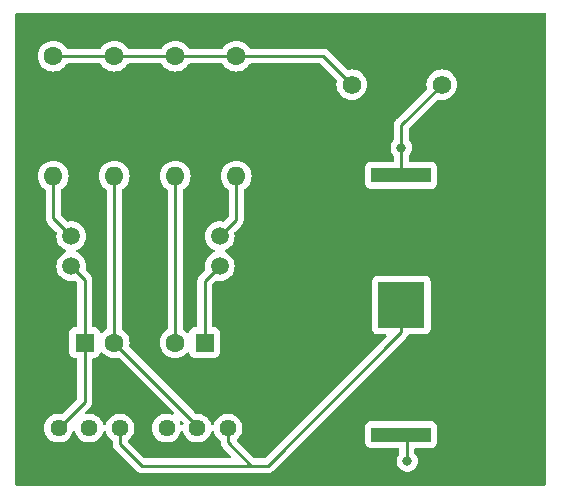
<source format=gbr>
%TF.GenerationSoftware,KiCad,Pcbnew,7.0.7*%
%TF.CreationDate,2023-10-13T15:54:55-04:00*%
%TF.ProjectId,project1,70726f6a-6563-4743-912e-6b696361645f,rev?*%
%TF.SameCoordinates,Original*%
%TF.FileFunction,Copper,L1,Top*%
%TF.FilePolarity,Positive*%
%FSLAX46Y46*%
G04 Gerber Fmt 4.6, Leading zero omitted, Abs format (unit mm)*
G04 Created by KiCad (PCBNEW 7.0.7) date 2023-10-13 15:54:55*
%MOMM*%
%LPD*%
G01*
G04 APERTURE LIST*
%TA.AperFunction,ComponentPad*%
%ADD10C,1.600000*%
%TD*%
%TA.AperFunction,ComponentPad*%
%ADD11O,1.600000X1.600000*%
%TD*%
%TA.AperFunction,ComponentPad*%
%ADD12R,1.600000X1.600000*%
%TD*%
%TA.AperFunction,SMDPad,CuDef*%
%ADD13R,3.960000X3.960000*%
%TD*%
%TA.AperFunction,SMDPad,CuDef*%
%ADD14R,5.080000X1.270000*%
%TD*%
%TA.AperFunction,ComponentPad*%
%ADD15C,1.575000*%
%TD*%
%TA.AperFunction,ComponentPad*%
%ADD16C,1.440000*%
%TD*%
%TA.AperFunction,ComponentPad*%
%ADD17C,1.508000*%
%TD*%
%TA.AperFunction,ViaPad*%
%ADD18C,0.800000*%
%TD*%
%TA.AperFunction,Conductor*%
%ADD19C,0.250000*%
%TD*%
G04 APERTURE END LIST*
D10*
%TO.P,R4,1*%
%TO.N,Net-(S1-NO)*%
X103251000Y-103632000D03*
D11*
%TO.P,R4,2*%
%TO.N,Net-(D1-Pad2)*%
X103251000Y-113792000D03*
%TD*%
D12*
%TO.P,C2,1*%
%TO.N,Net-(Q2-C)*%
X116078000Y-127889000D03*
D10*
%TO.P,C2,2*%
%TO.N,Net-(Q1-B)*%
X113578000Y-127889000D03*
%TD*%
D13*
%TO.P,BT1,N*%
%TO.N,/Neg*%
X132715000Y-124700000D03*
D14*
%TO.P,BT1,P1*%
%TO.N,Net-(S1-COM)*%
X132715000Y-135685000D03*
%TO.P,BT1,P2*%
X132715000Y-113715000D03*
%TD*%
D12*
%TO.P,C1,1*%
%TO.N,Net-(Q1-C)*%
X105918000Y-127889000D03*
D10*
%TO.P,C1,2*%
%TO.N,Net-(Q2-B)*%
X108418000Y-127889000D03*
%TD*%
D15*
%TO.P,S1,1,COM*%
%TO.N,Net-(S1-COM)*%
X136145000Y-106045000D03*
%TO.P,S1,2,NO*%
%TO.N,Net-(S1-NO)*%
X128525000Y-106045000D03*
%TD*%
D16*
%TO.P,Q2,1,C*%
%TO.N,Net-(Q2-C)*%
X112843000Y-135125998D03*
%TO.P,Q2,2,B*%
%TO.N,Net-(Q2-B)*%
X115443000Y-135125998D03*
%TO.P,Q2,3,E*%
%TO.N,/Neg*%
X118043000Y-135125998D03*
%TD*%
D10*
%TO.P,R3,1*%
%TO.N,Net-(S1-NO)*%
X108415666Y-103632000D03*
D11*
%TO.P,R3,2*%
%TO.N,Net-(Q2-B)*%
X108415666Y-113792000D03*
%TD*%
D10*
%TO.P,R1,1*%
%TO.N,Net-(S1-NO)*%
X118745000Y-103632000D03*
D11*
%TO.P,R1,2*%
%TO.N,Net-(D2-Pad2)*%
X118745000Y-113792000D03*
%TD*%
D17*
%TO.P,D1,1*%
%TO.N,Net-(Q1-C)*%
X104775000Y-121412000D03*
%TO.P,D1,2*%
%TO.N,Net-(D1-Pad2)*%
X104775000Y-118872000D03*
%TD*%
D16*
%TO.P,Q1,1,C*%
%TO.N,Net-(Q1-C)*%
X103699000Y-135125998D03*
%TO.P,Q1,2,B*%
%TO.N,Net-(Q1-B)*%
X106299000Y-135125998D03*
%TO.P,Q1,3,E*%
%TO.N,/Neg*%
X108899000Y-135125998D03*
%TD*%
D10*
%TO.P,R2,1*%
%TO.N,Net-(S1-NO)*%
X113580332Y-103632000D03*
D11*
%TO.P,R2,2*%
%TO.N,Net-(Q1-B)*%
X113580332Y-113792000D03*
%TD*%
D17*
%TO.P,D2,1*%
%TO.N,Net-(Q2-C)*%
X117348000Y-121412000D03*
%TO.P,D2,2*%
%TO.N,Net-(D2-Pad2)*%
X117348000Y-118872000D03*
%TD*%
D18*
%TO.N,Net-(S1-COM)*%
X133223000Y-137922000D03*
X132715000Y-111379000D03*
%TD*%
D19*
%TO.N,Net-(D1-Pad2)*%
X103251000Y-113792000D02*
X103251000Y-117348000D01*
X103251000Y-117348000D02*
X104775000Y-118872000D01*
%TO.N,Net-(Q1-C)*%
X105918000Y-122555000D02*
X105918000Y-127889000D01*
X104775000Y-121412000D02*
X105918000Y-122555000D01*
X105918000Y-127889000D02*
X105918000Y-132906998D01*
X105918000Y-132906998D02*
X103699000Y-135125998D01*
%TO.N,Net-(D2-Pad2)*%
X118745000Y-117475000D02*
X117348000Y-118872000D01*
X118745000Y-113792000D02*
X118745000Y-117475000D01*
%TO.N,Net-(Q2-C)*%
X117348000Y-121412000D02*
X116078000Y-122682000D01*
X116078000Y-122682000D02*
X116078000Y-127889000D01*
%TO.N,Net-(Q1-B)*%
X113580332Y-113792000D02*
X113580332Y-127886668D01*
X113580332Y-127465668D02*
X113030000Y-128016000D01*
X113580332Y-127886668D02*
X113578000Y-127889000D01*
%TO.N,Net-(Q2-B)*%
X108415666Y-127592666D02*
X108712000Y-127889000D01*
X108415666Y-113792000D02*
X108415666Y-127886666D01*
X108415666Y-127886666D02*
X108418000Y-127889000D01*
X108418000Y-127889000D02*
X115443000Y-134914000D01*
X115443000Y-134914000D02*
X115443000Y-135125998D01*
%TO.N,Net-(S1-NO)*%
X108415666Y-103632000D02*
X103251000Y-103632000D01*
X128525000Y-106045000D02*
X126112000Y-103632000D01*
X118745000Y-103632000D02*
X113580332Y-103632000D01*
X126112000Y-103632000D02*
X118745000Y-103632000D01*
X113580332Y-103632000D02*
X108415666Y-103632000D01*
%TO.N,Net-(S1-COM)*%
X133096000Y-137922000D02*
X133096000Y-137922000D01*
X132715000Y-109475000D02*
X136145000Y-106045000D01*
X133172000Y-136142000D02*
X133172000Y-137846000D01*
X133223000Y-137922000D02*
X133096000Y-137922000D01*
X132715000Y-113715000D02*
X132715000Y-111379000D01*
X132715000Y-135685000D02*
X133172000Y-136142000D01*
X133223000Y-137795000D02*
X133223000Y-137922000D01*
X133172000Y-137846000D02*
X133223000Y-137795000D01*
X132715000Y-111379000D02*
X132715000Y-109475000D01*
%TO.N,/Neg*%
X110744000Y-138303000D02*
X120015000Y-138303000D01*
X108899000Y-136458000D02*
X110744000Y-138303000D01*
X120015000Y-138303000D02*
X121412000Y-138303000D01*
X132715000Y-127000000D02*
X132715000Y-124700000D01*
X121412000Y-138303000D02*
X132715000Y-127000000D01*
X108899000Y-135125998D02*
X108899000Y-136458000D01*
X118043000Y-135125998D02*
X118043000Y-136331000D01*
X118043000Y-136331000D02*
X120015000Y-138303000D01*
%TD*%
%TA.AperFunction,NonConductor*%
G36*
X144942539Y-100020185D02*
G01*
X144988294Y-100072989D01*
X144999500Y-100124500D01*
X144999500Y-139875500D01*
X144979815Y-139942539D01*
X144927011Y-139988294D01*
X144875500Y-139999500D01*
X100124500Y-139999500D01*
X100057461Y-139979815D01*
X100011706Y-139927011D01*
X100000500Y-139875500D01*
X100000500Y-113792001D01*
X101945532Y-113792001D01*
X101965364Y-114018686D01*
X101965366Y-114018697D01*
X102024258Y-114238488D01*
X102024261Y-114238497D01*
X102120431Y-114444732D01*
X102120432Y-114444734D01*
X102250954Y-114631141D01*
X102411858Y-114792045D01*
X102572623Y-114904613D01*
X102616248Y-114959189D01*
X102625500Y-115006188D01*
X102625500Y-117265255D01*
X102623775Y-117280872D01*
X102624061Y-117280899D01*
X102623326Y-117288665D01*
X102625500Y-117357814D01*
X102625500Y-117387343D01*
X102625501Y-117387360D01*
X102626368Y-117394231D01*
X102626826Y-117400050D01*
X102628290Y-117446624D01*
X102628291Y-117446627D01*
X102633880Y-117465867D01*
X102637824Y-117484911D01*
X102640336Y-117504791D01*
X102657490Y-117548119D01*
X102659382Y-117553647D01*
X102659489Y-117554016D01*
X102672382Y-117598390D01*
X102680849Y-117612708D01*
X102682580Y-117615634D01*
X102691136Y-117633100D01*
X102698514Y-117651732D01*
X102725338Y-117688653D01*
X102725898Y-117689423D01*
X102729106Y-117694307D01*
X102752827Y-117734416D01*
X102752833Y-117734424D01*
X102766990Y-117748580D01*
X102779628Y-117763376D01*
X102791405Y-117779586D01*
X102791406Y-117779587D01*
X102827309Y-117809288D01*
X102831620Y-117813210D01*
X103260759Y-118242349D01*
X103513145Y-118494735D01*
X103546630Y-118556058D01*
X103545240Y-118614507D01*
X103534839Y-118653324D01*
X103534838Y-118653331D01*
X103515708Y-118871997D01*
X103515708Y-118872000D01*
X103534839Y-119090674D01*
X103591653Y-119302703D01*
X103591654Y-119302706D01*
X103591655Y-119302708D01*
X103684419Y-119501642D01*
X103684423Y-119501650D01*
X103810322Y-119681452D01*
X103810327Y-119681458D01*
X103965541Y-119836672D01*
X103965547Y-119836677D01*
X104145349Y-119962576D01*
X104145351Y-119962577D01*
X104145354Y-119962579D01*
X104229963Y-120002032D01*
X104289120Y-120029618D01*
X104341560Y-120075790D01*
X104360712Y-120142983D01*
X104340496Y-120209865D01*
X104289120Y-120254382D01*
X104145357Y-120321419D01*
X104145349Y-120321423D01*
X103965547Y-120447322D01*
X103965541Y-120447327D01*
X103810327Y-120602541D01*
X103810322Y-120602547D01*
X103684423Y-120782349D01*
X103684419Y-120782357D01*
X103591655Y-120981291D01*
X103534839Y-121193324D01*
X103534838Y-121193331D01*
X103515708Y-121411997D01*
X103515708Y-121412002D01*
X103534838Y-121630668D01*
X103534839Y-121630675D01*
X103545238Y-121669484D01*
X103591653Y-121842703D01*
X103591654Y-121842706D01*
X103591655Y-121842708D01*
X103684419Y-122041642D01*
X103684423Y-122041650D01*
X103810322Y-122221452D01*
X103810327Y-122221458D01*
X103965541Y-122376672D01*
X103965547Y-122376677D01*
X104145349Y-122502576D01*
X104145351Y-122502577D01*
X104145354Y-122502579D01*
X104344297Y-122595347D01*
X104556326Y-122652161D01*
X104712521Y-122665825D01*
X104774998Y-122671292D01*
X104775000Y-122671292D01*
X104775002Y-122671292D01*
X104829668Y-122666509D01*
X104993674Y-122652161D01*
X105032487Y-122641761D01*
X105102337Y-122643423D01*
X105152261Y-122673851D01*
X105256182Y-122777772D01*
X105289666Y-122839093D01*
X105292500Y-122865452D01*
X105292500Y-126464500D01*
X105272815Y-126531539D01*
X105220011Y-126577294D01*
X105168501Y-126588500D01*
X105070130Y-126588500D01*
X105070123Y-126588501D01*
X105010516Y-126594908D01*
X104875671Y-126645202D01*
X104875664Y-126645206D01*
X104760455Y-126731452D01*
X104760452Y-126731455D01*
X104674206Y-126846664D01*
X104674202Y-126846671D01*
X104623908Y-126981517D01*
X104618404Y-127032715D01*
X104617501Y-127041123D01*
X104617500Y-127041135D01*
X104617500Y-128736870D01*
X104617501Y-128736876D01*
X104623908Y-128796483D01*
X104674202Y-128931328D01*
X104674206Y-128931335D01*
X104760452Y-129046544D01*
X104760455Y-129046547D01*
X104875664Y-129132793D01*
X104875671Y-129132797D01*
X104920618Y-129149561D01*
X105010517Y-129183091D01*
X105070127Y-129189500D01*
X105168500Y-129189499D01*
X105235538Y-129209183D01*
X105281294Y-129261986D01*
X105292500Y-129313499D01*
X105292500Y-132596544D01*
X105272815Y-132663583D01*
X105256181Y-132684225D01*
X104048501Y-133891904D01*
X103987178Y-133925389D01*
X103928732Y-133923999D01*
X103911757Y-133919451D01*
X103911748Y-133919449D01*
X103911747Y-133919449D01*
X103911745Y-133919448D01*
X103911741Y-133919448D01*
X103699001Y-133900836D01*
X103698998Y-133900836D01*
X103486258Y-133919448D01*
X103486247Y-133919450D01*
X103279977Y-133974719D01*
X103279968Y-133974723D01*
X103086421Y-134064975D01*
X102911478Y-134187470D01*
X102760472Y-134338476D01*
X102637977Y-134513419D01*
X102547725Y-134706966D01*
X102547721Y-134706975D01*
X102492452Y-134913245D01*
X102492450Y-134913256D01*
X102473838Y-135125996D01*
X102473838Y-135125999D01*
X102492450Y-135338739D01*
X102492452Y-135338750D01*
X102547721Y-135545020D01*
X102547722Y-135545022D01*
X102547724Y-135545028D01*
X102590171Y-135636056D01*
X102637977Y-135738576D01*
X102760472Y-135913519D01*
X102911478Y-136064525D01*
X102911481Y-136064527D01*
X103086419Y-136187019D01*
X103086421Y-136187020D01*
X103086420Y-136187020D01*
X103150936Y-136217104D01*
X103279970Y-136277274D01*
X103486253Y-136332547D01*
X103638215Y-136345842D01*
X103698998Y-136351160D01*
X103699000Y-136351160D01*
X103699002Y-136351160D01*
X103752186Y-136346506D01*
X103911747Y-136332547D01*
X104118030Y-136277274D01*
X104311581Y-136187019D01*
X104486519Y-136064527D01*
X104637529Y-135913517D01*
X104760021Y-135738579D01*
X104850276Y-135545028D01*
X104879225Y-135436986D01*
X104915588Y-135377328D01*
X104978434Y-135346798D01*
X105047810Y-135355092D01*
X105101689Y-135399577D01*
X105118774Y-135436987D01*
X105147722Y-135545022D01*
X105147724Y-135545028D01*
X105190171Y-135636056D01*
X105237977Y-135738576D01*
X105360472Y-135913519D01*
X105511478Y-136064525D01*
X105511481Y-136064527D01*
X105686419Y-136187019D01*
X105686421Y-136187020D01*
X105686420Y-136187020D01*
X105750936Y-136217104D01*
X105879970Y-136277274D01*
X106086253Y-136332547D01*
X106238215Y-136345842D01*
X106298998Y-136351160D01*
X106299000Y-136351160D01*
X106299002Y-136351160D01*
X106352186Y-136346506D01*
X106511747Y-136332547D01*
X106718030Y-136277274D01*
X106911581Y-136187019D01*
X107086519Y-136064527D01*
X107237529Y-135913517D01*
X107360021Y-135738579D01*
X107450276Y-135545028D01*
X107479225Y-135436987D01*
X107515590Y-135377327D01*
X107578436Y-135346798D01*
X107647812Y-135355092D01*
X107701690Y-135399578D01*
X107718775Y-135436988D01*
X107747721Y-135545020D01*
X107747722Y-135545022D01*
X107747724Y-135545028D01*
X107790171Y-135636056D01*
X107837977Y-135738576D01*
X107960472Y-135913519D01*
X108111478Y-136064525D01*
X108111481Y-136064527D01*
X108220623Y-136140948D01*
X108264248Y-136195524D01*
X108273500Y-136242523D01*
X108273500Y-136375255D01*
X108271775Y-136390872D01*
X108272061Y-136390899D01*
X108271326Y-136398665D01*
X108273500Y-136467814D01*
X108273500Y-136497343D01*
X108273501Y-136497360D01*
X108274368Y-136504231D01*
X108274826Y-136510050D01*
X108276290Y-136556624D01*
X108276291Y-136556627D01*
X108281880Y-136575867D01*
X108285824Y-136594911D01*
X108286295Y-136598634D01*
X108288336Y-136614791D01*
X108305490Y-136658119D01*
X108307382Y-136663647D01*
X108311420Y-136677547D01*
X108320382Y-136708390D01*
X108325724Y-136717424D01*
X108330580Y-136725634D01*
X108339138Y-136743103D01*
X108346514Y-136761732D01*
X108373898Y-136799423D01*
X108377106Y-136804307D01*
X108400827Y-136844416D01*
X108400833Y-136844424D01*
X108414990Y-136858580D01*
X108427628Y-136873376D01*
X108439405Y-136889586D01*
X108439406Y-136889587D01*
X108475309Y-136919288D01*
X108479620Y-136923210D01*
X109846686Y-138290277D01*
X110243197Y-138686788D01*
X110253022Y-138699051D01*
X110253243Y-138698869D01*
X110258214Y-138704878D01*
X110279043Y-138724437D01*
X110308635Y-138752226D01*
X110329529Y-138773120D01*
X110335011Y-138777373D01*
X110339443Y-138781157D01*
X110373418Y-138813062D01*
X110390976Y-138822714D01*
X110407233Y-138833393D01*
X110423064Y-138845673D01*
X110442737Y-138854186D01*
X110465833Y-138864182D01*
X110471077Y-138866750D01*
X110511908Y-138889197D01*
X110524523Y-138892435D01*
X110531305Y-138894177D01*
X110549719Y-138900481D01*
X110568104Y-138908438D01*
X110614157Y-138915732D01*
X110619826Y-138916906D01*
X110664981Y-138928500D01*
X110685016Y-138928500D01*
X110704413Y-138930026D01*
X110724196Y-138933160D01*
X110770583Y-138928775D01*
X110776422Y-138928500D01*
X119935981Y-138928500D01*
X119956016Y-138928500D01*
X119975414Y-138930026D01*
X119995194Y-138933159D01*
X119995195Y-138933160D01*
X119995195Y-138933159D01*
X119995196Y-138933160D01*
X120041583Y-138928775D01*
X120047422Y-138928500D01*
X121329257Y-138928500D01*
X121344877Y-138930224D01*
X121344904Y-138929939D01*
X121352660Y-138930671D01*
X121352667Y-138930673D01*
X121421814Y-138928500D01*
X121451350Y-138928500D01*
X121458228Y-138927630D01*
X121464041Y-138927172D01*
X121510627Y-138925709D01*
X121529869Y-138920117D01*
X121548912Y-138916174D01*
X121568792Y-138913664D01*
X121612122Y-138896507D01*
X121617646Y-138894617D01*
X121621396Y-138893527D01*
X121662390Y-138881618D01*
X121679629Y-138871422D01*
X121697103Y-138862862D01*
X121715727Y-138855488D01*
X121715727Y-138855487D01*
X121715732Y-138855486D01*
X121753449Y-138828082D01*
X121758305Y-138824892D01*
X121798420Y-138801170D01*
X121812589Y-138786999D01*
X121827379Y-138774368D01*
X121843587Y-138762594D01*
X121873299Y-138726676D01*
X121877212Y-138722376D01*
X124231718Y-136367870D01*
X129674500Y-136367870D01*
X129674501Y-136367876D01*
X129680908Y-136427483D01*
X129731202Y-136562328D01*
X129731206Y-136562335D01*
X129817452Y-136677544D01*
X129817455Y-136677547D01*
X129932664Y-136763793D01*
X129932671Y-136763797D01*
X130067517Y-136814091D01*
X130067516Y-136814091D01*
X130074444Y-136814835D01*
X130127127Y-136820500D01*
X132422500Y-136820499D01*
X132489539Y-136840184D01*
X132535294Y-136892987D01*
X132546500Y-136944499D01*
X132546500Y-137279954D01*
X132526815Y-137346993D01*
X132514650Y-137362926D01*
X132490466Y-137389785D01*
X132395821Y-137553715D01*
X132395818Y-137553722D01*
X132337327Y-137733740D01*
X132337326Y-137733744D01*
X132317540Y-137922000D01*
X132337326Y-138110256D01*
X132337327Y-138110259D01*
X132395818Y-138290277D01*
X132395821Y-138290284D01*
X132490467Y-138454216D01*
X132617129Y-138594888D01*
X132770265Y-138706148D01*
X132770270Y-138706151D01*
X132943192Y-138783142D01*
X132943197Y-138783144D01*
X133128354Y-138822500D01*
X133128355Y-138822500D01*
X133317644Y-138822500D01*
X133317646Y-138822500D01*
X133502803Y-138783144D01*
X133675730Y-138706151D01*
X133828871Y-138594888D01*
X133955533Y-138454216D01*
X134050179Y-138290284D01*
X134108674Y-138110256D01*
X134128460Y-137922000D01*
X134108674Y-137733744D01*
X134050179Y-137553716D01*
X133955533Y-137389784D01*
X133891864Y-137319073D01*
X133829350Y-137249643D01*
X133799120Y-137186651D01*
X133797500Y-137166671D01*
X133797500Y-136944499D01*
X133817185Y-136877460D01*
X133869989Y-136831705D01*
X133921500Y-136820499D01*
X135302871Y-136820499D01*
X135302872Y-136820499D01*
X135362483Y-136814091D01*
X135497331Y-136763796D01*
X135612546Y-136677546D01*
X135698796Y-136562331D01*
X135749091Y-136427483D01*
X135755500Y-136367873D01*
X135755499Y-135002128D01*
X135749091Y-134942517D01*
X135738177Y-134913256D01*
X135698797Y-134807671D01*
X135698793Y-134807664D01*
X135612547Y-134692455D01*
X135612544Y-134692452D01*
X135497335Y-134606206D01*
X135497328Y-134606202D01*
X135362482Y-134555908D01*
X135362483Y-134555908D01*
X135302883Y-134549501D01*
X135302881Y-134549500D01*
X135302873Y-134549500D01*
X135302864Y-134549500D01*
X130127129Y-134549500D01*
X130127123Y-134549501D01*
X130067516Y-134555908D01*
X129932671Y-134606202D01*
X129932664Y-134606206D01*
X129817455Y-134692452D01*
X129817452Y-134692455D01*
X129731206Y-134807664D01*
X129731202Y-134807671D01*
X129680908Y-134942517D01*
X129674501Y-135002116D01*
X129674501Y-135002123D01*
X129674500Y-135002135D01*
X129674500Y-136367870D01*
X124231718Y-136367870D01*
X133098788Y-127500801D01*
X133111042Y-127490986D01*
X133110859Y-127490764D01*
X133116866Y-127485792D01*
X133116877Y-127485786D01*
X133157515Y-127442511D01*
X133164227Y-127435364D01*
X133174671Y-127424918D01*
X133185120Y-127414471D01*
X133189379Y-127408978D01*
X133193152Y-127404561D01*
X133225062Y-127370582D01*
X133234715Y-127353020D01*
X133245389Y-127336770D01*
X133257673Y-127320936D01*
X133276180Y-127278167D01*
X133278749Y-127272924D01*
X133294233Y-127244759D01*
X133343780Y-127195496D01*
X133402894Y-127180499D01*
X134742871Y-127180499D01*
X134742872Y-127180499D01*
X134802483Y-127174091D01*
X134937331Y-127123796D01*
X135052546Y-127037546D01*
X135138796Y-126922331D01*
X135189091Y-126787483D01*
X135195500Y-126727873D01*
X135195499Y-122672128D01*
X135189091Y-122612517D01*
X135185534Y-122602981D01*
X135138797Y-122477671D01*
X135138793Y-122477664D01*
X135052547Y-122362455D01*
X135052544Y-122362452D01*
X134937335Y-122276206D01*
X134937328Y-122276202D01*
X134802482Y-122225908D01*
X134802483Y-122225908D01*
X134742883Y-122219501D01*
X134742881Y-122219500D01*
X134742873Y-122219500D01*
X134742864Y-122219500D01*
X130687129Y-122219500D01*
X130687123Y-122219501D01*
X130627516Y-122225908D01*
X130492671Y-122276202D01*
X130492664Y-122276206D01*
X130377455Y-122362452D01*
X130377452Y-122362455D01*
X130291206Y-122477664D01*
X130291202Y-122477671D01*
X130240908Y-122612517D01*
X130234590Y-122671292D01*
X130234501Y-122672123D01*
X130234500Y-122672135D01*
X130234500Y-126727870D01*
X130234501Y-126727876D01*
X130240908Y-126787483D01*
X130291202Y-126922328D01*
X130291206Y-126922335D01*
X130377452Y-127037544D01*
X130377455Y-127037547D01*
X130492664Y-127123793D01*
X130492671Y-127123797D01*
X130627517Y-127174091D01*
X130627516Y-127174091D01*
X130634444Y-127174835D01*
X130687127Y-127180500D01*
X131350548Y-127180499D01*
X131417586Y-127200183D01*
X131463341Y-127252987D01*
X131473285Y-127322146D01*
X131444260Y-127385702D01*
X131438228Y-127392180D01*
X121189228Y-137641181D01*
X121127905Y-137674666D01*
X121101547Y-137677500D01*
X120325453Y-137677500D01*
X120258414Y-137657815D01*
X120237772Y-137641181D01*
X118833500Y-136236909D01*
X118800015Y-136175586D01*
X118804999Y-136105894D01*
X118833500Y-136061547D01*
X118981527Y-135913519D01*
X118981526Y-135913518D01*
X118981529Y-135913517D01*
X119104021Y-135738579D01*
X119194276Y-135545028D01*
X119249549Y-135338745D01*
X119268162Y-135125998D01*
X119249549Y-134913251D01*
X119194276Y-134706968D01*
X119104021Y-134513417D01*
X118981529Y-134338479D01*
X118981527Y-134338476D01*
X118830521Y-134187470D01*
X118655578Y-134064975D01*
X118655579Y-134064975D01*
X118493794Y-133989534D01*
X118462030Y-133974722D01*
X118462026Y-133974721D01*
X118462022Y-133974719D01*
X118255752Y-133919450D01*
X118255748Y-133919449D01*
X118255747Y-133919449D01*
X118255746Y-133919448D01*
X118255741Y-133919448D01*
X118043002Y-133900836D01*
X118042998Y-133900836D01*
X117830258Y-133919448D01*
X117830247Y-133919450D01*
X117623977Y-133974719D01*
X117623968Y-133974723D01*
X117430421Y-134064975D01*
X117255478Y-134187470D01*
X117104472Y-134338476D01*
X116981977Y-134513419D01*
X116891725Y-134706966D01*
X116891721Y-134706975D01*
X116862775Y-134815007D01*
X116826410Y-134874668D01*
X116763563Y-134905197D01*
X116694188Y-134896902D01*
X116640310Y-134852417D01*
X116623225Y-134815007D01*
X116594278Y-134706975D01*
X116594277Y-134706974D01*
X116594276Y-134706968D01*
X116504021Y-134513417D01*
X116381529Y-134338479D01*
X116381527Y-134338476D01*
X116230521Y-134187470D01*
X116055578Y-134064975D01*
X116055579Y-134064975D01*
X115893794Y-133989534D01*
X115862030Y-133974722D01*
X115862026Y-133974721D01*
X115862022Y-133974719D01*
X115655752Y-133919450D01*
X115655748Y-133919449D01*
X115655747Y-133919449D01*
X115655746Y-133919448D01*
X115655741Y-133919448D01*
X115443002Y-133900836D01*
X115442996Y-133900836D01*
X115382369Y-133906139D01*
X115313869Y-133892371D01*
X115283883Y-133870292D01*
X109717413Y-128303822D01*
X109683928Y-128242499D01*
X109685319Y-128184048D01*
X109703635Y-128115692D01*
X109723468Y-127889001D01*
X112272532Y-127889001D01*
X112292364Y-128115686D01*
X112292366Y-128115697D01*
X112351258Y-128335488D01*
X112351261Y-128335497D01*
X112447431Y-128541732D01*
X112447432Y-128541734D01*
X112577954Y-128728141D01*
X112738858Y-128889045D01*
X112738861Y-128889047D01*
X112925266Y-129019568D01*
X113131504Y-129115739D01*
X113351308Y-129174635D01*
X113508791Y-129188413D01*
X113577998Y-129194468D01*
X113578000Y-129194468D01*
X113578002Y-129194468D01*
X113634807Y-129189498D01*
X113804692Y-129174635D01*
X114024496Y-129115739D01*
X114230734Y-129019568D01*
X114417139Y-128889047D01*
X114574274Y-128731911D01*
X114635596Y-128698428D01*
X114705287Y-128703412D01*
X114761221Y-128745283D01*
X114782629Y-128791070D01*
X114783908Y-128796480D01*
X114834202Y-128931328D01*
X114834206Y-128931335D01*
X114920452Y-129046544D01*
X114920455Y-129046547D01*
X115035664Y-129132793D01*
X115035671Y-129132797D01*
X115170517Y-129183091D01*
X115170516Y-129183091D01*
X115177444Y-129183835D01*
X115230127Y-129189500D01*
X116925872Y-129189499D01*
X116985483Y-129183091D01*
X117120331Y-129132796D01*
X117235546Y-129046546D01*
X117321796Y-128931331D01*
X117372091Y-128796483D01*
X117378500Y-128736873D01*
X117378499Y-127041128D01*
X117372091Y-126981517D01*
X117337567Y-126888954D01*
X117321797Y-126846671D01*
X117321793Y-126846664D01*
X117235547Y-126731455D01*
X117235544Y-126731452D01*
X117120335Y-126645206D01*
X117120328Y-126645202D01*
X116985482Y-126594908D01*
X116985483Y-126594908D01*
X116925883Y-126588501D01*
X116925881Y-126588500D01*
X116925873Y-126588500D01*
X116925865Y-126588500D01*
X116827500Y-126588500D01*
X116760461Y-126568815D01*
X116714706Y-126516011D01*
X116703500Y-126464500D01*
X116703500Y-122992451D01*
X116723185Y-122925412D01*
X116739815Y-122904774D01*
X116970737Y-122673851D01*
X117032058Y-122640368D01*
X117090510Y-122641759D01*
X117129326Y-122652161D01*
X117312814Y-122668213D01*
X117347998Y-122671292D01*
X117348000Y-122671292D01*
X117348002Y-122671292D01*
X117402668Y-122666509D01*
X117566674Y-122652161D01*
X117778703Y-122595347D01*
X117977646Y-122502579D01*
X118157457Y-122376674D01*
X118312674Y-122221457D01*
X118438579Y-122041646D01*
X118531347Y-121842703D01*
X118588161Y-121630674D01*
X118607292Y-121412000D01*
X118588161Y-121193326D01*
X118531347Y-120981297D01*
X118438579Y-120782354D01*
X118438577Y-120782351D01*
X118438576Y-120782349D01*
X118312677Y-120602547D01*
X118312672Y-120602541D01*
X118157458Y-120447327D01*
X118157452Y-120447322D01*
X117977650Y-120321423D01*
X117977642Y-120321419D01*
X117833879Y-120254382D01*
X117781439Y-120208210D01*
X117762287Y-120141017D01*
X117782502Y-120074136D01*
X117833879Y-120029618D01*
X117977646Y-119962579D01*
X118157457Y-119836674D01*
X118312674Y-119681457D01*
X118438579Y-119501646D01*
X118531347Y-119302703D01*
X118588161Y-119090674D01*
X118607292Y-118872000D01*
X118588161Y-118653326D01*
X118577760Y-118614510D01*
X118579421Y-118544663D01*
X118609851Y-118494737D01*
X119128787Y-117975802D01*
X119141042Y-117965986D01*
X119140859Y-117965764D01*
X119146866Y-117960792D01*
X119146877Y-117960786D01*
X119177775Y-117927882D01*
X119194227Y-117910364D01*
X119204671Y-117899918D01*
X119215120Y-117889471D01*
X119219379Y-117883978D01*
X119223152Y-117879561D01*
X119255062Y-117845582D01*
X119264713Y-117828024D01*
X119275396Y-117811761D01*
X119287673Y-117795936D01*
X119306185Y-117753153D01*
X119308738Y-117747941D01*
X119331197Y-117707092D01*
X119336180Y-117687680D01*
X119342481Y-117669280D01*
X119350437Y-117650896D01*
X119357729Y-117604852D01*
X119358906Y-117599171D01*
X119370500Y-117554019D01*
X119370500Y-117533983D01*
X119372027Y-117514582D01*
X119375160Y-117494804D01*
X119370775Y-117448415D01*
X119370500Y-117442577D01*
X119370500Y-115006188D01*
X119390185Y-114939149D01*
X119423377Y-114904613D01*
X119471836Y-114870681D01*
X119584139Y-114792047D01*
X119745047Y-114631139D01*
X119875568Y-114444734D01*
X119897421Y-114397870D01*
X129674500Y-114397870D01*
X129674501Y-114397876D01*
X129680908Y-114457483D01*
X129731202Y-114592328D01*
X129731206Y-114592335D01*
X129817452Y-114707544D01*
X129817455Y-114707547D01*
X129932664Y-114793793D01*
X129932671Y-114793797D01*
X130067517Y-114844091D01*
X130067516Y-114844091D01*
X130074444Y-114844835D01*
X130127127Y-114850500D01*
X135302872Y-114850499D01*
X135362483Y-114844091D01*
X135497331Y-114793796D01*
X135612546Y-114707546D01*
X135698796Y-114592331D01*
X135749091Y-114457483D01*
X135755500Y-114397873D01*
X135755499Y-113032128D01*
X135749091Y-112972517D01*
X135698796Y-112837669D01*
X135698795Y-112837668D01*
X135698793Y-112837664D01*
X135612547Y-112722455D01*
X135612544Y-112722452D01*
X135497335Y-112636206D01*
X135497328Y-112636202D01*
X135362482Y-112585908D01*
X135362483Y-112585908D01*
X135302883Y-112579501D01*
X135302881Y-112579500D01*
X135302873Y-112579500D01*
X135302865Y-112579500D01*
X133464500Y-112579500D01*
X133397461Y-112559815D01*
X133351706Y-112507011D01*
X133340500Y-112455500D01*
X133340499Y-112077686D01*
X133360183Y-112010647D01*
X133372351Y-111994712D01*
X133447530Y-111911220D01*
X133447531Y-111911217D01*
X133447533Y-111911216D01*
X133542179Y-111747284D01*
X133600674Y-111567256D01*
X133620460Y-111379000D01*
X133600674Y-111190744D01*
X133542179Y-111010716D01*
X133447533Y-110846784D01*
X133372349Y-110763283D01*
X133342119Y-110700291D01*
X133340499Y-110680311D01*
X133340499Y-109785447D01*
X133360184Y-109718412D01*
X133376813Y-109697775D01*
X135740384Y-107334204D01*
X135801705Y-107300721D01*
X135860155Y-107302111D01*
X135920487Y-107318278D01*
X136080853Y-107332308D01*
X136144998Y-107337920D01*
X136145000Y-107337920D01*
X136145002Y-107337920D01*
X136201128Y-107333009D01*
X136369513Y-107318278D01*
X136587205Y-107259947D01*
X136791460Y-107164702D01*
X136976073Y-107035434D01*
X137135434Y-106876073D01*
X137264702Y-106691460D01*
X137359947Y-106487205D01*
X137418278Y-106269513D01*
X137437920Y-106045000D01*
X137418278Y-105820487D01*
X137359947Y-105602795D01*
X137264702Y-105398540D01*
X137135434Y-105213927D01*
X136976073Y-105054566D01*
X136976072Y-105054566D01*
X136791466Y-104925302D01*
X136791463Y-104925300D01*
X136791460Y-104925298D01*
X136775027Y-104917635D01*
X136587211Y-104830055D01*
X136587200Y-104830051D01*
X136369514Y-104771722D01*
X136369507Y-104771721D01*
X136145002Y-104752080D01*
X136144998Y-104752080D01*
X135920492Y-104771721D01*
X135920485Y-104771722D01*
X135702799Y-104830051D01*
X135702788Y-104830055D01*
X135498543Y-104925296D01*
X135498533Y-104925302D01*
X135313926Y-105054566D01*
X135154566Y-105213926D01*
X135025302Y-105398533D01*
X135025296Y-105398543D01*
X134930055Y-105602788D01*
X134930051Y-105602799D01*
X134871722Y-105820485D01*
X134871721Y-105820492D01*
X134852080Y-106044997D01*
X134852080Y-106045002D01*
X134871721Y-106269507D01*
X134871724Y-106269521D01*
X134887886Y-106329842D01*
X134886223Y-106399692D01*
X134855792Y-106449615D01*
X132331208Y-108974199D01*
X132318951Y-108984020D01*
X132319134Y-108984241D01*
X132313123Y-108989213D01*
X132265772Y-109039636D01*
X132244889Y-109060519D01*
X132244877Y-109060532D01*
X132240621Y-109066017D01*
X132236837Y-109070447D01*
X132204937Y-109104418D01*
X132204936Y-109104420D01*
X132195284Y-109121976D01*
X132184610Y-109138226D01*
X132172329Y-109154061D01*
X132172324Y-109154068D01*
X132153815Y-109196838D01*
X132151245Y-109202084D01*
X132128803Y-109242906D01*
X132123822Y-109262307D01*
X132117521Y-109280710D01*
X132109562Y-109299102D01*
X132109561Y-109299106D01*
X132102271Y-109345127D01*
X132101087Y-109350846D01*
X132089499Y-109395983D01*
X132089499Y-109416019D01*
X132087973Y-109435407D01*
X132084840Y-109455192D01*
X132084840Y-109455195D01*
X132089225Y-109501583D01*
X132089500Y-109507421D01*
X132089500Y-110680312D01*
X132069815Y-110747351D01*
X132057650Y-110763284D01*
X131982466Y-110846784D01*
X131887821Y-111010715D01*
X131887818Y-111010722D01*
X131829327Y-111190740D01*
X131829326Y-111190744D01*
X131809540Y-111379000D01*
X131829326Y-111567256D01*
X131829327Y-111567259D01*
X131887818Y-111747277D01*
X131887821Y-111747284D01*
X131982467Y-111911216D01*
X131982471Y-111911220D01*
X132057650Y-111994715D01*
X132087880Y-112057706D01*
X132089500Y-112077687D01*
X132089500Y-112455500D01*
X132069815Y-112522539D01*
X132017011Y-112568294D01*
X131965500Y-112579500D01*
X130127129Y-112579500D01*
X130127123Y-112579501D01*
X130067516Y-112585908D01*
X129932671Y-112636202D01*
X129932664Y-112636206D01*
X129817455Y-112722452D01*
X129817452Y-112722455D01*
X129731206Y-112837664D01*
X129731202Y-112837671D01*
X129680908Y-112972517D01*
X129674501Y-113032116D01*
X129674501Y-113032123D01*
X129674500Y-113032135D01*
X129674500Y-114397870D01*
X119897421Y-114397870D01*
X119971739Y-114238496D01*
X120030635Y-114018692D01*
X120050468Y-113792000D01*
X120030635Y-113565308D01*
X119971739Y-113345504D01*
X119875568Y-113139266D01*
X119758810Y-112972517D01*
X119745045Y-112952858D01*
X119584141Y-112791954D01*
X119397734Y-112661432D01*
X119397732Y-112661431D01*
X119191497Y-112565261D01*
X119191488Y-112565258D01*
X118971697Y-112506366D01*
X118971693Y-112506365D01*
X118971692Y-112506365D01*
X118971691Y-112506364D01*
X118971686Y-112506364D01*
X118745002Y-112486532D01*
X118744998Y-112486532D01*
X118518313Y-112506364D01*
X118518302Y-112506366D01*
X118298511Y-112565258D01*
X118298502Y-112565261D01*
X118092267Y-112661431D01*
X118092265Y-112661432D01*
X117905858Y-112791954D01*
X117744954Y-112952858D01*
X117614432Y-113139265D01*
X117614431Y-113139267D01*
X117518261Y-113345502D01*
X117518258Y-113345511D01*
X117459366Y-113565302D01*
X117459364Y-113565313D01*
X117439532Y-113791998D01*
X117439532Y-113792001D01*
X117459364Y-114018686D01*
X117459366Y-114018697D01*
X117518258Y-114238488D01*
X117518261Y-114238497D01*
X117614431Y-114444732D01*
X117614432Y-114444734D01*
X117744954Y-114631141D01*
X117905858Y-114792045D01*
X118066623Y-114904613D01*
X118110248Y-114959189D01*
X118119500Y-115006188D01*
X118119500Y-117164546D01*
X118099815Y-117231585D01*
X118083181Y-117252227D01*
X117725262Y-117610145D01*
X117663939Y-117643630D01*
X117605488Y-117642239D01*
X117566674Y-117631839D01*
X117348002Y-117612708D01*
X117347998Y-117612708D01*
X117129331Y-117631838D01*
X117129324Y-117631839D01*
X117021363Y-117660768D01*
X116917297Y-117688653D01*
X116917295Y-117688653D01*
X116917291Y-117688655D01*
X116718357Y-117781419D01*
X116718349Y-117781423D01*
X116538547Y-117907322D01*
X116538541Y-117907327D01*
X116383327Y-118062541D01*
X116383322Y-118062547D01*
X116257423Y-118242349D01*
X116257419Y-118242357D01*
X116164655Y-118441291D01*
X116107839Y-118653324D01*
X116107838Y-118653331D01*
X116088708Y-118871997D01*
X116088708Y-118872000D01*
X116107839Y-119090674D01*
X116164653Y-119302703D01*
X116164654Y-119302706D01*
X116164655Y-119302708D01*
X116257419Y-119501642D01*
X116257423Y-119501650D01*
X116383322Y-119681452D01*
X116383327Y-119681458D01*
X116538541Y-119836672D01*
X116538547Y-119836677D01*
X116718349Y-119962576D01*
X116718351Y-119962577D01*
X116718354Y-119962579D01*
X116802963Y-120002032D01*
X116862120Y-120029618D01*
X116914560Y-120075790D01*
X116933712Y-120142983D01*
X116913496Y-120209865D01*
X116862120Y-120254382D01*
X116718357Y-120321419D01*
X116718349Y-120321423D01*
X116538547Y-120447322D01*
X116538541Y-120447327D01*
X116383327Y-120602541D01*
X116383322Y-120602547D01*
X116257423Y-120782349D01*
X116257419Y-120782357D01*
X116164655Y-120981291D01*
X116107839Y-121193324D01*
X116107838Y-121193331D01*
X116088708Y-121411997D01*
X116088708Y-121412000D01*
X116107838Y-121630668D01*
X116107839Y-121630672D01*
X116107839Y-121630676D01*
X116118239Y-121669488D01*
X116116576Y-121739338D01*
X116086145Y-121789262D01*
X115694208Y-122181199D01*
X115681951Y-122191020D01*
X115682134Y-122191241D01*
X115676123Y-122196213D01*
X115628772Y-122246636D01*
X115607889Y-122267519D01*
X115607877Y-122267532D01*
X115603621Y-122273017D01*
X115599837Y-122277447D01*
X115567937Y-122311418D01*
X115567936Y-122311420D01*
X115558284Y-122328976D01*
X115547610Y-122345226D01*
X115535329Y-122361061D01*
X115535324Y-122361068D01*
X115516815Y-122403838D01*
X115514245Y-122409084D01*
X115491803Y-122449906D01*
X115486822Y-122469307D01*
X115480521Y-122487710D01*
X115472562Y-122506102D01*
X115472561Y-122506105D01*
X115465271Y-122552127D01*
X115464087Y-122557846D01*
X115452501Y-122602972D01*
X115452500Y-122602982D01*
X115452500Y-122623016D01*
X115450973Y-122642415D01*
X115447840Y-122662194D01*
X115447840Y-122662195D01*
X115452225Y-122708583D01*
X115452500Y-122714421D01*
X115452500Y-126464500D01*
X115432815Y-126531539D01*
X115380011Y-126577294D01*
X115328501Y-126588500D01*
X115230130Y-126588500D01*
X115230123Y-126588501D01*
X115170516Y-126594908D01*
X115035671Y-126645202D01*
X115035664Y-126645206D01*
X114920455Y-126731452D01*
X114920452Y-126731455D01*
X114834206Y-126846664D01*
X114834202Y-126846671D01*
X114783909Y-126981513D01*
X114782632Y-126986922D01*
X114748058Y-127047638D01*
X114686147Y-127080023D01*
X114616556Y-127073796D01*
X114574274Y-127046087D01*
X114417140Y-126888953D01*
X114258709Y-126778019D01*
X114215084Y-126723442D01*
X114205832Y-126676444D01*
X114205832Y-115006188D01*
X114225517Y-114939149D01*
X114258709Y-114904613D01*
X114307168Y-114870681D01*
X114419471Y-114792047D01*
X114580379Y-114631139D01*
X114710900Y-114444734D01*
X114807071Y-114238496D01*
X114865967Y-114018692D01*
X114885800Y-113792000D01*
X114865967Y-113565308D01*
X114807071Y-113345504D01*
X114710900Y-113139266D01*
X114594142Y-112972517D01*
X114580377Y-112952858D01*
X114419473Y-112791954D01*
X114233066Y-112661432D01*
X114233064Y-112661431D01*
X114026829Y-112565261D01*
X114026820Y-112565258D01*
X113807029Y-112506366D01*
X113807025Y-112506365D01*
X113807024Y-112506365D01*
X113807023Y-112506364D01*
X113807018Y-112506364D01*
X113580334Y-112486532D01*
X113580330Y-112486532D01*
X113353645Y-112506364D01*
X113353634Y-112506366D01*
X113133843Y-112565258D01*
X113133834Y-112565261D01*
X112927599Y-112661431D01*
X112927597Y-112661432D01*
X112741190Y-112791954D01*
X112580286Y-112952858D01*
X112449764Y-113139265D01*
X112449763Y-113139267D01*
X112353593Y-113345502D01*
X112353590Y-113345511D01*
X112294698Y-113565302D01*
X112294696Y-113565313D01*
X112274864Y-113791998D01*
X112274864Y-113792001D01*
X112294696Y-114018686D01*
X112294698Y-114018697D01*
X112353590Y-114238488D01*
X112353593Y-114238497D01*
X112449763Y-114444732D01*
X112449764Y-114444734D01*
X112580286Y-114631141D01*
X112741190Y-114792045D01*
X112901955Y-114904613D01*
X112945580Y-114959189D01*
X112954832Y-115006188D01*
X112954832Y-126673179D01*
X112935147Y-126740218D01*
X112901955Y-126774754D01*
X112738858Y-126888954D01*
X112577954Y-127049858D01*
X112447432Y-127236265D01*
X112447431Y-127236267D01*
X112351261Y-127442502D01*
X112351258Y-127442511D01*
X112292366Y-127662302D01*
X112292364Y-127662313D01*
X112272532Y-127888998D01*
X112272532Y-127889001D01*
X109723468Y-127889001D01*
X109723468Y-127889000D01*
X109703635Y-127662308D01*
X109644739Y-127442504D01*
X109548568Y-127236266D01*
X109450839Y-127096693D01*
X109418045Y-127049858D01*
X109257141Y-126888954D01*
X109094043Y-126774753D01*
X109050418Y-126720177D01*
X109041166Y-126673178D01*
X109041166Y-115006188D01*
X109060851Y-114939149D01*
X109094043Y-114904613D01*
X109142502Y-114870681D01*
X109254805Y-114792047D01*
X109415713Y-114631139D01*
X109546234Y-114444734D01*
X109642405Y-114238496D01*
X109701301Y-114018692D01*
X109721134Y-113792000D01*
X109701301Y-113565308D01*
X109642405Y-113345504D01*
X109546234Y-113139266D01*
X109429476Y-112972517D01*
X109415711Y-112952858D01*
X109254807Y-112791954D01*
X109068400Y-112661432D01*
X109068398Y-112661431D01*
X108862163Y-112565261D01*
X108862154Y-112565258D01*
X108642363Y-112506366D01*
X108642359Y-112506365D01*
X108642358Y-112506365D01*
X108642357Y-112506364D01*
X108642352Y-112506364D01*
X108415668Y-112486532D01*
X108415664Y-112486532D01*
X108188979Y-112506364D01*
X108188968Y-112506366D01*
X107969177Y-112565258D01*
X107969168Y-112565261D01*
X107762933Y-112661431D01*
X107762931Y-112661432D01*
X107576524Y-112791954D01*
X107415620Y-112952858D01*
X107285098Y-113139265D01*
X107285097Y-113139267D01*
X107188927Y-113345502D01*
X107188924Y-113345511D01*
X107130032Y-113565302D01*
X107130030Y-113565313D01*
X107110198Y-113791998D01*
X107110198Y-113792001D01*
X107130030Y-114018686D01*
X107130032Y-114018697D01*
X107188924Y-114238488D01*
X107188927Y-114238497D01*
X107285097Y-114444732D01*
X107285098Y-114444734D01*
X107415620Y-114631141D01*
X107576524Y-114792045D01*
X107737289Y-114904613D01*
X107780914Y-114959189D01*
X107790166Y-115006188D01*
X107790166Y-126676446D01*
X107770481Y-126743485D01*
X107737289Y-126778021D01*
X107578862Y-126888951D01*
X107421726Y-127046087D01*
X107360403Y-127079571D01*
X107290711Y-127074587D01*
X107234778Y-127032715D01*
X107213369Y-126986923D01*
X107212091Y-126981518D01*
X107212090Y-126981516D01*
X107161796Y-126846669D01*
X107161795Y-126846668D01*
X107161793Y-126846664D01*
X107075547Y-126731455D01*
X107075544Y-126731452D01*
X106960335Y-126645206D01*
X106960328Y-126645202D01*
X106825482Y-126594908D01*
X106825483Y-126594908D01*
X106765883Y-126588501D01*
X106765881Y-126588500D01*
X106765873Y-126588500D01*
X106765865Y-126588500D01*
X106667500Y-126588500D01*
X106600461Y-126568815D01*
X106554706Y-126516011D01*
X106543500Y-126464500D01*
X106543500Y-122637738D01*
X106545224Y-122622124D01*
X106544938Y-122622097D01*
X106545672Y-122614334D01*
X106543500Y-122545203D01*
X106543500Y-122515651D01*
X106543500Y-122515650D01*
X106542629Y-122508759D01*
X106542172Y-122502945D01*
X106542160Y-122502576D01*
X106540709Y-122456373D01*
X106535122Y-122437144D01*
X106531174Y-122418084D01*
X106528664Y-122398208D01*
X106528663Y-122398206D01*
X106528663Y-122398204D01*
X106511512Y-122354887D01*
X106509619Y-122349358D01*
X106496618Y-122304609D01*
X106496616Y-122304606D01*
X106486423Y-122287371D01*
X106477861Y-122269894D01*
X106470487Y-122251270D01*
X106470486Y-122251268D01*
X106443079Y-122213545D01*
X106439888Y-122208686D01*
X106432512Y-122196214D01*
X106416170Y-122168580D01*
X106416168Y-122168578D01*
X106416165Y-122168574D01*
X106402006Y-122154415D01*
X106389368Y-122139619D01*
X106377594Y-122123413D01*
X106341688Y-122093709D01*
X106337376Y-122089786D01*
X106036852Y-121789262D01*
X106003368Y-121727940D01*
X106004760Y-121669488D01*
X106015161Y-121630674D01*
X106034292Y-121412000D01*
X106015161Y-121193326D01*
X105958347Y-120981297D01*
X105865579Y-120782354D01*
X105865577Y-120782351D01*
X105865576Y-120782349D01*
X105739677Y-120602547D01*
X105739672Y-120602541D01*
X105584458Y-120447327D01*
X105584452Y-120447322D01*
X105404650Y-120321423D01*
X105404642Y-120321419D01*
X105260879Y-120254382D01*
X105208439Y-120208210D01*
X105189287Y-120141017D01*
X105209502Y-120074136D01*
X105260879Y-120029618D01*
X105404646Y-119962579D01*
X105584457Y-119836674D01*
X105739674Y-119681457D01*
X105865579Y-119501646D01*
X105958347Y-119302703D01*
X106015161Y-119090674D01*
X106034292Y-118872000D01*
X106015161Y-118653326D01*
X105958347Y-118441297D01*
X105865579Y-118242354D01*
X105865577Y-118242351D01*
X105865576Y-118242349D01*
X105739677Y-118062547D01*
X105739672Y-118062541D01*
X105584458Y-117907327D01*
X105584452Y-117907322D01*
X105404650Y-117781423D01*
X105404642Y-117781419D01*
X105205708Y-117688655D01*
X105205706Y-117688654D01*
X105205703Y-117688653D01*
X105037678Y-117643630D01*
X104993675Y-117631839D01*
X104993668Y-117631838D01*
X104775002Y-117612708D01*
X104774998Y-117612708D01*
X104556332Y-117631838D01*
X104556325Y-117631839D01*
X104517508Y-117642240D01*
X104447658Y-117640575D01*
X104397736Y-117610145D01*
X103912819Y-117125227D01*
X103879334Y-117063904D01*
X103876500Y-117037546D01*
X103876500Y-115006188D01*
X103896185Y-114939149D01*
X103929377Y-114904613D01*
X103977836Y-114870681D01*
X104090139Y-114792047D01*
X104251047Y-114631139D01*
X104381568Y-114444734D01*
X104477739Y-114238496D01*
X104536635Y-114018692D01*
X104556468Y-113792000D01*
X104536635Y-113565308D01*
X104477739Y-113345504D01*
X104381568Y-113139266D01*
X104264810Y-112972517D01*
X104251045Y-112952858D01*
X104090141Y-112791954D01*
X103903734Y-112661432D01*
X103903732Y-112661431D01*
X103697497Y-112565261D01*
X103697488Y-112565258D01*
X103477697Y-112506366D01*
X103477693Y-112506365D01*
X103477692Y-112506365D01*
X103477691Y-112506364D01*
X103477686Y-112506364D01*
X103251002Y-112486532D01*
X103250998Y-112486532D01*
X103024313Y-112506364D01*
X103024302Y-112506366D01*
X102804511Y-112565258D01*
X102804502Y-112565261D01*
X102598267Y-112661431D01*
X102598265Y-112661432D01*
X102411858Y-112791954D01*
X102250954Y-112952858D01*
X102120432Y-113139265D01*
X102120431Y-113139267D01*
X102024261Y-113345502D01*
X102024258Y-113345511D01*
X101965366Y-113565302D01*
X101965364Y-113565313D01*
X101945532Y-113791998D01*
X101945532Y-113792001D01*
X100000500Y-113792001D01*
X100000500Y-103632001D01*
X101945532Y-103632001D01*
X101965364Y-103858686D01*
X101965366Y-103858697D01*
X102024258Y-104078488D01*
X102024261Y-104078497D01*
X102120431Y-104284732D01*
X102120432Y-104284734D01*
X102250954Y-104471141D01*
X102411858Y-104632045D01*
X102411861Y-104632047D01*
X102598266Y-104762568D01*
X102804504Y-104858739D01*
X103024308Y-104917635D01*
X103186230Y-104931801D01*
X103250998Y-104937468D01*
X103251000Y-104937468D01*
X103251002Y-104937468D01*
X103307672Y-104932509D01*
X103477692Y-104917635D01*
X103697496Y-104858739D01*
X103903734Y-104762568D01*
X104090139Y-104632047D01*
X104251047Y-104471139D01*
X104363612Y-104310377D01*
X104418189Y-104266752D01*
X104465188Y-104257500D01*
X107201478Y-104257500D01*
X107268517Y-104277185D01*
X107303053Y-104310377D01*
X107415620Y-104471141D01*
X107576524Y-104632045D01*
X107576527Y-104632047D01*
X107762932Y-104762568D01*
X107969170Y-104858739D01*
X108188974Y-104917635D01*
X108350896Y-104931801D01*
X108415664Y-104937468D01*
X108415666Y-104937468D01*
X108415668Y-104937468D01*
X108472339Y-104932509D01*
X108642358Y-104917635D01*
X108862162Y-104858739D01*
X109068400Y-104762568D01*
X109254805Y-104632047D01*
X109415713Y-104471139D01*
X109528278Y-104310377D01*
X109582855Y-104266752D01*
X109629854Y-104257500D01*
X112366144Y-104257500D01*
X112433183Y-104277185D01*
X112467719Y-104310377D01*
X112580286Y-104471141D01*
X112741190Y-104632045D01*
X112741193Y-104632047D01*
X112927598Y-104762568D01*
X113133836Y-104858739D01*
X113353640Y-104917635D01*
X113515562Y-104931801D01*
X113580330Y-104937468D01*
X113580332Y-104937468D01*
X113580334Y-104937468D01*
X113637004Y-104932509D01*
X113807024Y-104917635D01*
X114026828Y-104858739D01*
X114233066Y-104762568D01*
X114419471Y-104632047D01*
X114580379Y-104471139D01*
X114692944Y-104310377D01*
X114747521Y-104266752D01*
X114794520Y-104257500D01*
X117530812Y-104257500D01*
X117597851Y-104277185D01*
X117632387Y-104310377D01*
X117744954Y-104471141D01*
X117905858Y-104632045D01*
X117905861Y-104632047D01*
X118092266Y-104762568D01*
X118298504Y-104858739D01*
X118518308Y-104917635D01*
X118680230Y-104931801D01*
X118744998Y-104937468D01*
X118745000Y-104937468D01*
X118745002Y-104937468D01*
X118801672Y-104932509D01*
X118971692Y-104917635D01*
X119191496Y-104858739D01*
X119397734Y-104762568D01*
X119584139Y-104632047D01*
X119745047Y-104471139D01*
X119857612Y-104310377D01*
X119912189Y-104266752D01*
X119959188Y-104257500D01*
X125801548Y-104257500D01*
X125868587Y-104277185D01*
X125889228Y-104293818D01*
X127235794Y-105640385D01*
X127269278Y-105701706D01*
X127267887Y-105760157D01*
X127251723Y-105820481D01*
X127251721Y-105820492D01*
X127232080Y-106044997D01*
X127232080Y-106045002D01*
X127251721Y-106269507D01*
X127251722Y-106269514D01*
X127310051Y-106487200D01*
X127310055Y-106487211D01*
X127405296Y-106691456D01*
X127405298Y-106691460D01*
X127534566Y-106876073D01*
X127693927Y-107035434D01*
X127878540Y-107164702D01*
X128001424Y-107222003D01*
X128082788Y-107259944D01*
X128082790Y-107259944D01*
X128082795Y-107259947D01*
X128300487Y-107318278D01*
X128460853Y-107332308D01*
X128524998Y-107337920D01*
X128525000Y-107337920D01*
X128525002Y-107337920D01*
X128581128Y-107333009D01*
X128749513Y-107318278D01*
X128967205Y-107259947D01*
X129171460Y-107164702D01*
X129356073Y-107035434D01*
X129515434Y-106876073D01*
X129644702Y-106691460D01*
X129739947Y-106487205D01*
X129798278Y-106269513D01*
X129817920Y-106045000D01*
X129798278Y-105820487D01*
X129739947Y-105602795D01*
X129644702Y-105398540D01*
X129515434Y-105213927D01*
X129356073Y-105054566D01*
X129356072Y-105054566D01*
X129171466Y-104925302D01*
X129171463Y-104925300D01*
X129171460Y-104925298D01*
X129155027Y-104917635D01*
X128967211Y-104830055D01*
X128967200Y-104830051D01*
X128749514Y-104771722D01*
X128749507Y-104771721D01*
X128525002Y-104752080D01*
X128524998Y-104752080D01*
X128300492Y-104771721D01*
X128300481Y-104771723D01*
X128240158Y-104787887D01*
X128170308Y-104786224D01*
X128120384Y-104755793D01*
X126612803Y-103248212D01*
X126602980Y-103235950D01*
X126602759Y-103236134D01*
X126597786Y-103230123D01*
X126547364Y-103182773D01*
X126536919Y-103172328D01*
X126526475Y-103161883D01*
X126520986Y-103157625D01*
X126516561Y-103153847D01*
X126482582Y-103121938D01*
X126482580Y-103121936D01*
X126482577Y-103121935D01*
X126465029Y-103112288D01*
X126448763Y-103101604D01*
X126432933Y-103089325D01*
X126390168Y-103070818D01*
X126384922Y-103068248D01*
X126344093Y-103045803D01*
X126344092Y-103045802D01*
X126324693Y-103040822D01*
X126306281Y-103034518D01*
X126287898Y-103026562D01*
X126287892Y-103026560D01*
X126241874Y-103019272D01*
X126236152Y-103018087D01*
X126191021Y-103006500D01*
X126191019Y-103006500D01*
X126170984Y-103006500D01*
X126151586Y-103004973D01*
X126144162Y-103003797D01*
X126131805Y-103001840D01*
X126131804Y-103001840D01*
X126085416Y-103006225D01*
X126079578Y-103006500D01*
X119959188Y-103006500D01*
X119892149Y-102986815D01*
X119857613Y-102953623D01*
X119745045Y-102792858D01*
X119584141Y-102631954D01*
X119397734Y-102501432D01*
X119397732Y-102501431D01*
X119191497Y-102405261D01*
X119191488Y-102405258D01*
X118971697Y-102346366D01*
X118971693Y-102346365D01*
X118971692Y-102346365D01*
X118971691Y-102346364D01*
X118971686Y-102346364D01*
X118745002Y-102326532D01*
X118744998Y-102326532D01*
X118518313Y-102346364D01*
X118518302Y-102346366D01*
X118298511Y-102405258D01*
X118298502Y-102405261D01*
X118092267Y-102501431D01*
X118092265Y-102501432D01*
X117905858Y-102631954D01*
X117744954Y-102792858D01*
X117632387Y-102953623D01*
X117577811Y-102997248D01*
X117530812Y-103006500D01*
X114794520Y-103006500D01*
X114727481Y-102986815D01*
X114692945Y-102953623D01*
X114580377Y-102792858D01*
X114419473Y-102631954D01*
X114233066Y-102501432D01*
X114233064Y-102501431D01*
X114026829Y-102405261D01*
X114026820Y-102405258D01*
X113807029Y-102346366D01*
X113807025Y-102346365D01*
X113807024Y-102346365D01*
X113807023Y-102346364D01*
X113807018Y-102346364D01*
X113580334Y-102326532D01*
X113580330Y-102326532D01*
X113353645Y-102346364D01*
X113353634Y-102346366D01*
X113133843Y-102405258D01*
X113133834Y-102405261D01*
X112927599Y-102501431D01*
X112927597Y-102501432D01*
X112741190Y-102631954D01*
X112580286Y-102792858D01*
X112467719Y-102953623D01*
X112413143Y-102997248D01*
X112366144Y-103006500D01*
X109629854Y-103006500D01*
X109562815Y-102986815D01*
X109528279Y-102953623D01*
X109415711Y-102792858D01*
X109254807Y-102631954D01*
X109068400Y-102501432D01*
X109068398Y-102501431D01*
X108862163Y-102405261D01*
X108862154Y-102405258D01*
X108642363Y-102346366D01*
X108642359Y-102346365D01*
X108642358Y-102346365D01*
X108642357Y-102346364D01*
X108642352Y-102346364D01*
X108415668Y-102326532D01*
X108415664Y-102326532D01*
X108188979Y-102346364D01*
X108188968Y-102346366D01*
X107969177Y-102405258D01*
X107969168Y-102405261D01*
X107762933Y-102501431D01*
X107762931Y-102501432D01*
X107576524Y-102631954D01*
X107415620Y-102792858D01*
X107303053Y-102953623D01*
X107248477Y-102997248D01*
X107201478Y-103006500D01*
X104465188Y-103006500D01*
X104398149Y-102986815D01*
X104363613Y-102953623D01*
X104251045Y-102792858D01*
X104090141Y-102631954D01*
X103903734Y-102501432D01*
X103903732Y-102501431D01*
X103697497Y-102405261D01*
X103697488Y-102405258D01*
X103477697Y-102346366D01*
X103477693Y-102346365D01*
X103477692Y-102346365D01*
X103477691Y-102346364D01*
X103477686Y-102346364D01*
X103251002Y-102326532D01*
X103250998Y-102326532D01*
X103024313Y-102346364D01*
X103024302Y-102346366D01*
X102804511Y-102405258D01*
X102804502Y-102405261D01*
X102598267Y-102501431D01*
X102598265Y-102501432D01*
X102411858Y-102631954D01*
X102250954Y-102792858D01*
X102120432Y-102979265D01*
X102120431Y-102979267D01*
X102024261Y-103185502D01*
X102024258Y-103185511D01*
X101965366Y-103405302D01*
X101965364Y-103405313D01*
X101945532Y-103631998D01*
X101945532Y-103632001D01*
X100000500Y-103632001D01*
X100000500Y-100124500D01*
X100020185Y-100057461D01*
X100072989Y-100011706D01*
X100124500Y-100000500D01*
X144875500Y-100000500D01*
X144942539Y-100020185D01*
G37*
%TD.AperFunction*%
%TA.AperFunction,NonConductor*%
G36*
X114179526Y-134535117D02*
G01*
X114253707Y-134609298D01*
X114287192Y-134670621D01*
X114285801Y-134729072D01*
X114262775Y-134815007D01*
X114226410Y-134874668D01*
X114163563Y-134905197D01*
X114094188Y-134896902D01*
X114040310Y-134852417D01*
X114023225Y-134815007D01*
X113994278Y-134706975D01*
X113994277Y-134706974D01*
X113994276Y-134706968D01*
X113979462Y-134675200D01*
X113968971Y-134606127D01*
X113997490Y-134542342D01*
X114055966Y-134504102D01*
X114125833Y-134503547D01*
X114179526Y-134535117D01*
G37*
%TD.AperFunction*%
%TA.AperFunction,NonConductor*%
G36*
X107379433Y-128704199D02*
G01*
X107421725Y-128731912D01*
X107578858Y-128889045D01*
X107578861Y-128889047D01*
X107765266Y-129019568D01*
X107971504Y-129115739D01*
X108191308Y-129174635D01*
X108348791Y-129188413D01*
X108417998Y-129194468D01*
X108418000Y-129194468D01*
X108418002Y-129194468D01*
X108474807Y-129189498D01*
X108644692Y-129174635D01*
X108713048Y-129156319D01*
X108782897Y-129157982D01*
X108832822Y-129188413D01*
X113433880Y-133789471D01*
X113467365Y-133850794D01*
X113462381Y-133920486D01*
X113420509Y-133976419D01*
X113355045Y-134000836D01*
X113293794Y-133989534D01*
X113262030Y-133974722D01*
X113262026Y-133974721D01*
X113262022Y-133974719D01*
X113055752Y-133919450D01*
X113055748Y-133919449D01*
X113055747Y-133919449D01*
X113055746Y-133919448D01*
X113055741Y-133919448D01*
X112843002Y-133900836D01*
X112842998Y-133900836D01*
X112630258Y-133919448D01*
X112630247Y-133919450D01*
X112423977Y-133974719D01*
X112423968Y-133974723D01*
X112230421Y-134064975D01*
X112055478Y-134187470D01*
X111904472Y-134338476D01*
X111781977Y-134513419D01*
X111691725Y-134706966D01*
X111691721Y-134706975D01*
X111636452Y-134913245D01*
X111636450Y-134913256D01*
X111617838Y-135125996D01*
X111617838Y-135125999D01*
X111636450Y-135338739D01*
X111636452Y-135338750D01*
X111691721Y-135545020D01*
X111691722Y-135545022D01*
X111691724Y-135545028D01*
X111734171Y-135636056D01*
X111781977Y-135738576D01*
X111904472Y-135913519D01*
X112055478Y-136064525D01*
X112055481Y-136064527D01*
X112230419Y-136187019D01*
X112230421Y-136187020D01*
X112230420Y-136187020D01*
X112294936Y-136217104D01*
X112423970Y-136277274D01*
X112630253Y-136332547D01*
X112782215Y-136345842D01*
X112842998Y-136351160D01*
X112843000Y-136351160D01*
X112843002Y-136351160D01*
X112896186Y-136346506D01*
X113055747Y-136332547D01*
X113262030Y-136277274D01*
X113455581Y-136187019D01*
X113630519Y-136064527D01*
X113781529Y-135913517D01*
X113904021Y-135738579D01*
X113994276Y-135545028D01*
X114023225Y-135436987D01*
X114059590Y-135377327D01*
X114122436Y-135346798D01*
X114191812Y-135355092D01*
X114245690Y-135399578D01*
X114262775Y-135436988D01*
X114291721Y-135545020D01*
X114291722Y-135545022D01*
X114291724Y-135545028D01*
X114334171Y-135636056D01*
X114381977Y-135738576D01*
X114504472Y-135913519D01*
X114655478Y-136064525D01*
X114655481Y-136064527D01*
X114830419Y-136187019D01*
X114830421Y-136187020D01*
X114830420Y-136187020D01*
X114894936Y-136217104D01*
X115023970Y-136277274D01*
X115230253Y-136332547D01*
X115382215Y-136345842D01*
X115442998Y-136351160D01*
X115443000Y-136351160D01*
X115443002Y-136351160D01*
X115496186Y-136346506D01*
X115655747Y-136332547D01*
X115862030Y-136277274D01*
X116055581Y-136187019D01*
X116230519Y-136064527D01*
X116381529Y-135913517D01*
X116504021Y-135738579D01*
X116594276Y-135545028D01*
X116623225Y-135436986D01*
X116659588Y-135377328D01*
X116722434Y-135346798D01*
X116791810Y-135355092D01*
X116845689Y-135399577D01*
X116862774Y-135436987D01*
X116891722Y-135545022D01*
X116891724Y-135545028D01*
X116934171Y-135636056D01*
X116981977Y-135738576D01*
X117104472Y-135913519D01*
X117255478Y-136064525D01*
X117255481Y-136064527D01*
X117364623Y-136140948D01*
X117408248Y-136195524D01*
X117417500Y-136242523D01*
X117417500Y-136248255D01*
X117415775Y-136263872D01*
X117416061Y-136263899D01*
X117415326Y-136271665D01*
X117417500Y-136340814D01*
X117417500Y-136370343D01*
X117417501Y-136370360D01*
X117418368Y-136377231D01*
X117418826Y-136383050D01*
X117420290Y-136429624D01*
X117420291Y-136429627D01*
X117425880Y-136448867D01*
X117429824Y-136467911D01*
X117432336Y-136487792D01*
X117449490Y-136531119D01*
X117451382Y-136536647D01*
X117464381Y-136581388D01*
X117474580Y-136598634D01*
X117483138Y-136616103D01*
X117490514Y-136634732D01*
X117517898Y-136672423D01*
X117521106Y-136677307D01*
X117544827Y-136717416D01*
X117544833Y-136717424D01*
X117558990Y-136731580D01*
X117571628Y-136746376D01*
X117583405Y-136762586D01*
X117583406Y-136762587D01*
X117619309Y-136792288D01*
X117623620Y-136796210D01*
X117994081Y-137166671D01*
X118293229Y-137465819D01*
X118326714Y-137527142D01*
X118321730Y-137596834D01*
X118279858Y-137652767D01*
X118214394Y-137677184D01*
X118205548Y-137677500D01*
X111054452Y-137677500D01*
X110987413Y-137657815D01*
X110966771Y-137641181D01*
X110270089Y-136944499D01*
X109616678Y-136291087D01*
X109583195Y-136229767D01*
X109588179Y-136160075D01*
X109630051Y-136104142D01*
X109633207Y-136101855D01*
X109686519Y-136064527D01*
X109837529Y-135913517D01*
X109960021Y-135738579D01*
X110050276Y-135545028D01*
X110105549Y-135338745D01*
X110124162Y-135125998D01*
X110105549Y-134913251D01*
X110050276Y-134706968D01*
X109960021Y-134513417D01*
X109837529Y-134338479D01*
X109837527Y-134338476D01*
X109686521Y-134187470D01*
X109511578Y-134064975D01*
X109511579Y-134064975D01*
X109349794Y-133989534D01*
X109318030Y-133974722D01*
X109318026Y-133974721D01*
X109318022Y-133974719D01*
X109111752Y-133919450D01*
X109111748Y-133919449D01*
X109111747Y-133919449D01*
X109111746Y-133919448D01*
X109111741Y-133919448D01*
X108899002Y-133900836D01*
X108898998Y-133900836D01*
X108686258Y-133919448D01*
X108686247Y-133919450D01*
X108479977Y-133974719D01*
X108479968Y-133974723D01*
X108286421Y-134064975D01*
X108111478Y-134187470D01*
X107960472Y-134338476D01*
X107837977Y-134513419D01*
X107747725Y-134706966D01*
X107747721Y-134706975D01*
X107718775Y-134815007D01*
X107682410Y-134874668D01*
X107619563Y-134905197D01*
X107550188Y-134896902D01*
X107496310Y-134852417D01*
X107479225Y-134815007D01*
X107450278Y-134706975D01*
X107450277Y-134706974D01*
X107450276Y-134706968D01*
X107360021Y-134513417D01*
X107237529Y-134338479D01*
X107237527Y-134338476D01*
X107086521Y-134187470D01*
X106911578Y-134064975D01*
X106911579Y-134064975D01*
X106749794Y-133989534D01*
X106718030Y-133974722D01*
X106718026Y-133974721D01*
X106718022Y-133974719D01*
X106511752Y-133919450D01*
X106511748Y-133919449D01*
X106511747Y-133919449D01*
X106511746Y-133919448D01*
X106511741Y-133919448D01*
X106299002Y-133900836D01*
X106298998Y-133900836D01*
X106101138Y-133918146D01*
X106032638Y-133904379D01*
X105982455Y-133855764D01*
X105966522Y-133787735D01*
X105989898Y-133721892D01*
X106002644Y-133706943D01*
X106301788Y-133407799D01*
X106314042Y-133397984D01*
X106313859Y-133397762D01*
X106319866Y-133392790D01*
X106319877Y-133392784D01*
X106350775Y-133359880D01*
X106367227Y-133342362D01*
X106377671Y-133331916D01*
X106388120Y-133321469D01*
X106392379Y-133315976D01*
X106396152Y-133311559D01*
X106428062Y-133277580D01*
X106437715Y-133260018D01*
X106448389Y-133243768D01*
X106460673Y-133227934D01*
X106479180Y-133185165D01*
X106481749Y-133179922D01*
X106504196Y-133139091D01*
X106504197Y-133139090D01*
X106509177Y-133119689D01*
X106515478Y-133101286D01*
X106523438Y-133082894D01*
X106530730Y-133036847D01*
X106531911Y-133031150D01*
X106543500Y-132986017D01*
X106543500Y-132965980D01*
X106545027Y-132946580D01*
X106548160Y-132926802D01*
X106543775Y-132880413D01*
X106543500Y-132874575D01*
X106543500Y-129313499D01*
X106563185Y-129246460D01*
X106615989Y-129200705D01*
X106667500Y-129189499D01*
X106765871Y-129189499D01*
X106765872Y-129189499D01*
X106825483Y-129183091D01*
X106960331Y-129132796D01*
X107075546Y-129046546D01*
X107161796Y-128931331D01*
X107212091Y-128796483D01*
X107212092Y-128796472D01*
X107213365Y-128791088D01*
X107247933Y-128730369D01*
X107309841Y-128697978D01*
X107379433Y-128704199D01*
G37*
%TD.AperFunction*%
M02*

</source>
